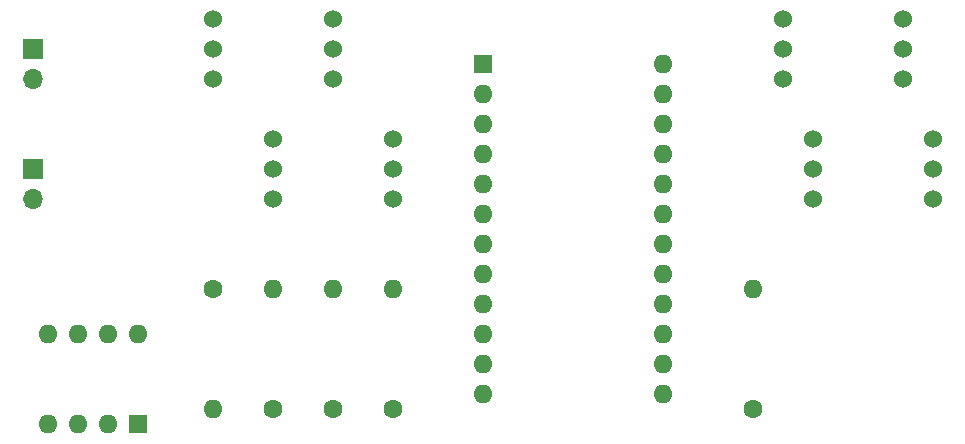
<source format=gbr>
%TF.GenerationSoftware,KiCad,Pcbnew,(6.0.5)*%
%TF.CreationDate,2023-04-11T14:57:45-04:00*%
%TF.ProjectId,Robot Controller PCB,526f626f-7420-4436-9f6e-74726f6c6c65,rev?*%
%TF.SameCoordinates,Original*%
%TF.FileFunction,Soldermask,Bot*%
%TF.FilePolarity,Negative*%
%FSLAX46Y46*%
G04 Gerber Fmt 4.6, Leading zero omitted, Abs format (unit mm)*
G04 Created by KiCad (PCBNEW (6.0.5)) date 2023-04-11 14:57:45*
%MOMM*%
%LPD*%
G01*
G04 APERTURE LIST*
%ADD10C,1.524000*%
%ADD11C,1.600000*%
%ADD12O,1.600000X1.600000*%
%ADD13R,1.700000X1.700000*%
%ADD14O,1.700000X1.700000*%
%ADD15R,1.600000X1.600000*%
G04 APERTURE END LIST*
D10*
%TO.C,gnd\u002C led\u002C push*%
X93980000Y-96520000D03*
X93980000Y-99060000D03*
X93980000Y-101600000D03*
%TD*%
%TO.C,gnd\u002C vcc\u002C dtb*%
X144780000Y-106680000D03*
X144780000Y-109220000D03*
X144780000Y-111760000D03*
%TD*%
%TO.C,gnd\u002C led\u002C push*%
X142240000Y-101600000D03*
X142240000Y-99060000D03*
X142240000Y-96520000D03*
%TD*%
%TO.C,gnd\u002C vcc\u002C dtb*%
X109220000Y-106680000D03*
X109220000Y-109220000D03*
X109220000Y-111760000D03*
%TD*%
D11*
%TO.C,R2(20k)*%
X99060000Y-129540000D03*
D12*
X99060000Y-119380000D03*
%TD*%
D11*
%TO.C,R5(10k)*%
X139700000Y-129540000D03*
D12*
X139700000Y-119380000D03*
%TD*%
D11*
%TO.C,R4(80k)*%
X109220000Y-129540000D03*
D12*
X109220000Y-119380000D03*
%TD*%
D13*
%TO.C,Toggle*%
X78740000Y-99060000D03*
D14*
X78740000Y-101600000D03*
%TD*%
D12*
%TO.C,Arduino Leonardo *%
X132080000Y-100330000D03*
X132080000Y-102870000D03*
X132080000Y-105410000D03*
X132080000Y-107950000D03*
X132080000Y-110490000D03*
X132080000Y-113030000D03*
X132080000Y-115570000D03*
X132080000Y-118110000D03*
X132080000Y-120650000D03*
X132080000Y-123190000D03*
X132080000Y-125730000D03*
X132080000Y-128270000D03*
X116840000Y-128270000D03*
X116840000Y-125730000D03*
X116840000Y-123190000D03*
X116840000Y-120650000D03*
X116840000Y-118110000D03*
X116840000Y-115570000D03*
X116840000Y-113030000D03*
X116840000Y-110490000D03*
X116840000Y-107950000D03*
X116840000Y-105410000D03*
X116840000Y-102870000D03*
D15*
X116840000Y-100330000D03*
%TD*%
D13*
%TO.C,Toggle*%
X78740000Y-109220000D03*
D14*
X78740000Y-111760000D03*
%TD*%
D10*
%TO.C,gnd\u002C vcc\u002C dtb*%
X99060000Y-106680000D03*
X99060000Y-109220000D03*
X99060000Y-111760000D03*
%TD*%
%TO.C,gnd\u002C led\u002C push*%
X104140000Y-96520000D03*
X104140000Y-99060000D03*
X104140000Y-101600000D03*
%TD*%
D11*
%TO.C,R3(40k)*%
X104140000Y-129540000D03*
D12*
X104140000Y-119380000D03*
%TD*%
D10*
%TO.C,gnd\u002C vcc\u002C dtb*%
X154940000Y-111760000D03*
X154940000Y-109220000D03*
X154940000Y-106680000D03*
%TD*%
%TO.C,gnd\u002C led\u002C push*%
X152400000Y-96520000D03*
X152400000Y-99060000D03*
X152400000Y-101600000D03*
%TD*%
D11*
%TO.C,R1(10k)*%
X93980000Y-119380000D03*
D12*
X93980000Y-129540000D03*
%TD*%
D15*
%TO.C,Dipswitch*%
X87620000Y-130800000D03*
D12*
X85080000Y-130800000D03*
X82540000Y-130800000D03*
X80000000Y-130800000D03*
X80000000Y-123180000D03*
X82540000Y-123180000D03*
X85080000Y-123180000D03*
X87620000Y-123180000D03*
%TD*%
M02*

</source>
